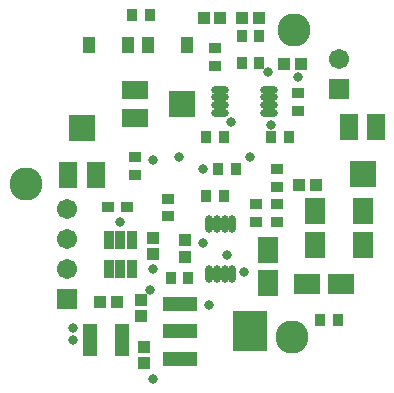
<source format=gts>
%FSLAX25Y25*%
%MOIN*%
G70*
G01*
G75*
G04 Layer_Color=8388736*
%ADD10R,0.02756X0.03543*%
%ADD11R,0.10630X0.12992*%
%ADD12R,0.10630X0.03937*%
%ADD13R,0.03543X0.03150*%
%ADD14R,0.03150X0.03543*%
%ADD15R,0.04331X0.10236*%
%ADD16R,0.03543X0.02756*%
%ADD17R,0.02756X0.05118*%
%ADD18R,0.03347X0.02756*%
%ADD19R,0.08071X0.05709*%
%ADD20R,0.05709X0.08071*%
%ADD21O,0.01772X0.05118*%
%ADD22O,0.05118X0.01772*%
%ADD23R,0.03583X0.04803*%
%ADD24R,0.07874X0.05118*%
%ADD25R,0.07874X0.07874*%
%ADD26R,0.05118X0.07874*%
%ADD27R,0.07874X0.07874*%
%ADD28C,0.01000*%
%ADD29C,0.01600*%
%ADD30C,0.05906*%
%ADD31R,0.05906X0.05906*%
%ADD32C,0.02500*%
%ADD33C,0.10236*%
%ADD34C,0.00984*%
%ADD35C,0.01575*%
%ADD36C,0.00787*%
%ADD37C,0.00800*%
%ADD38C,0.00606*%
%ADD39R,0.03556X0.04343*%
%ADD40R,0.11430X0.13792*%
%ADD41R,0.11430X0.04737*%
%ADD42R,0.04343X0.03950*%
%ADD43R,0.03950X0.04343*%
%ADD44R,0.05131X0.11036*%
%ADD45R,0.04343X0.03556*%
%ADD46R,0.03556X0.05918*%
%ADD47R,0.04147X0.03556*%
%ADD48R,0.08871X0.06509*%
%ADD49R,0.06509X0.08871*%
%ADD50O,0.02572X0.05918*%
%ADD51O,0.05918X0.02572*%
%ADD52R,0.04383X0.05603*%
%ADD53R,0.08674X0.05918*%
%ADD54R,0.08674X0.08674*%
%ADD55R,0.05918X0.08674*%
%ADD56R,0.08674X0.08674*%
%ADD57C,0.06706*%
%ADD58R,0.06706X0.06706*%
%ADD59C,0.03300*%
%ADD60C,0.11036*%
D39*
X-10827Y-31496D02*
D03*
X-4921D02*
D03*
X38961Y-45457D02*
D03*
X44866D02*
D03*
X6890Y-3937D02*
D03*
X984D02*
D03*
X4921Y4921D02*
D03*
X10827D02*
D03*
X6890Y15748D02*
D03*
X984D02*
D03*
X28543D02*
D03*
X22638D02*
D03*
X12795Y40354D02*
D03*
X18701D02*
D03*
X18701Y49213D02*
D03*
X12795D02*
D03*
X-17717Y56102D02*
D03*
X-23622D02*
D03*
D40*
X15551Y-49213D02*
D03*
D41*
X-7677Y-58268D02*
D03*
Y-49213D02*
D03*
Y-40157D02*
D03*
D42*
X-20669Y-38583D02*
D03*
Y-44094D02*
D03*
X-19685Y-59842D02*
D03*
Y-54331D02*
D03*
X-16732Y-17913D02*
D03*
Y-23425D02*
D03*
X-5906Y-18898D02*
D03*
Y-24409D02*
D03*
D43*
X-34252Y-39370D02*
D03*
X-28740D02*
D03*
X32096Y-403D02*
D03*
X37608D02*
D03*
X18504Y55118D02*
D03*
X12992D02*
D03*
X5709D02*
D03*
X197D02*
D03*
X26969Y40053D02*
D03*
X32480D02*
D03*
D44*
X-37795Y-52165D02*
D03*
X-27165D02*
D03*
D45*
X-11811Y-4921D02*
D03*
Y-10827D02*
D03*
X-22638Y8858D02*
D03*
Y2953D02*
D03*
X24606Y-6890D02*
D03*
Y-12795D02*
D03*
X17717Y-12795D02*
D03*
Y-6890D02*
D03*
X24606Y-984D02*
D03*
Y4921D02*
D03*
X31693Y24305D02*
D03*
Y30210D02*
D03*
X3937Y39370D02*
D03*
Y45276D02*
D03*
D46*
X-23819Y-28346D02*
D03*
X-27559D02*
D03*
X-31299D02*
D03*
Y-18898D02*
D03*
X-27559D02*
D03*
X-23819D02*
D03*
D47*
X-31594Y-7874D02*
D03*
X-25492D02*
D03*
D48*
X34744Y-33465D02*
D03*
X45965D02*
D03*
D49*
X21654Y-21949D02*
D03*
Y-33169D02*
D03*
X37402Y-9154D02*
D03*
Y-20374D02*
D03*
X53150Y-20374D02*
D03*
Y-9154D02*
D03*
D50*
X9744Y-13386D02*
D03*
X7185D02*
D03*
X4626D02*
D03*
X2067D02*
D03*
X9744Y-29921D02*
D03*
X7185D02*
D03*
X4626D02*
D03*
X2067D02*
D03*
D51*
X22047Y23720D02*
D03*
Y26280D02*
D03*
Y28839D02*
D03*
Y31398D02*
D03*
X5512Y23720D02*
D03*
Y26280D02*
D03*
Y28839D02*
D03*
Y31398D02*
D03*
D52*
X-18248Y46260D02*
D03*
X-5374D02*
D03*
X-25059D02*
D03*
X-37933D02*
D03*
D53*
X-22638Y22047D02*
D03*
Y31102D02*
D03*
D54*
X-6890Y26575D02*
D03*
D55*
X-35827Y2953D02*
D03*
X-44882D02*
D03*
X48622Y19003D02*
D03*
X57677D02*
D03*
D56*
X-40354Y18701D02*
D03*
X53150Y3255D02*
D03*
D57*
X45276Y41496D02*
D03*
X-45276Y-8386D02*
D03*
Y-18386D02*
D03*
Y-28386D02*
D03*
D58*
X45276Y31496D02*
D03*
X-45276Y-38386D02*
D03*
D59*
X15748Y8858D02*
D03*
X7874Y-23622D02*
D03*
X0Y4921D02*
D03*
X-7874Y8858D02*
D03*
X21654Y37402D02*
D03*
X22638Y19685D02*
D03*
X-16732Y7874D02*
D03*
X-17717Y-35433D02*
D03*
X1969Y-40354D02*
D03*
X-16732Y-64961D02*
D03*
X-16732Y-28543D02*
D03*
X-197Y-19685D02*
D03*
X-27559Y-12795D02*
D03*
X13780Y-29528D02*
D03*
X-43307Y-48228D02*
D03*
Y-52165D02*
D03*
X31496Y35433D02*
D03*
X9252Y20669D02*
D03*
D60*
X-59055Y0D02*
D03*
X29528Y-51143D02*
D03*
X30315Y51181D02*
D03*
M02*

</source>
